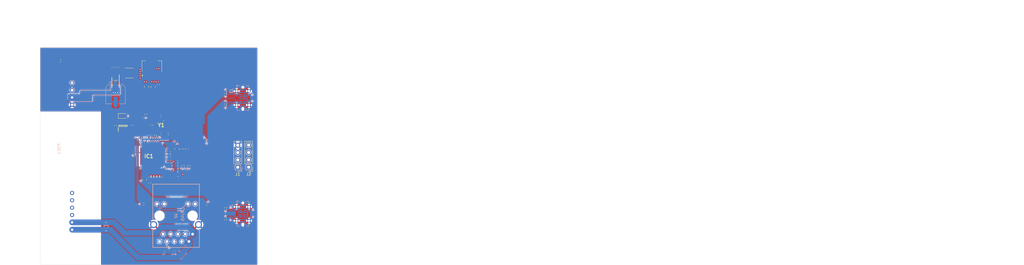
<source format=kicad_pcb>
(kicad_pcb (version 20241229) (generator "pcbnew") (generator_version "9.0")
  (layers (0 "F.Cu" signal) (4 "In1.Cu" power) (6 "In2.Cu" power) (8 "In3.Cu" signal) (10 "In4.Cu" signal) (2 "B.Cu" signal) (13 "F.Paste" user) (15 "B.Paste" user) (5 "F.SilkS" user "F.Silkscreen") (7 "B.SilkS" user "B.Silkscreen") (1 "F.Mask" user) (3 "B.Mask" user) (25 "Edge.Cuts" user))
  (net 0 "")
  (net 1 "GND")
  (net 2 "/USB to Ethernet/CRYSTAL_XI")
  (net 3 "/USB to Ethernet/VDDUSBPLL")
  (net 4 "+3.3V")
  (net 5 "/USB to Ethernet/VDDCORE")
  (net 6 "/USB to Ethernet/VDDPLL")
  (net 7 "/USB to Ethernet/USBDN")
  (net 8 "/USB to Ethernet/ETH1_LED_FDX")
  (net 9 "/USB to Ethernet/EECS_GPIO0")
  (net 10 "/USB to Ethernet/EEDI_GPIO1")
  (net 11 "Net-(Y1-IN{slash}OUT)")
  (net 12 "/USB to Ethernet/EECLK_GPIO3")
  (net 13 "/USB to Ethernet/EEDO_GPIO2")
  (net 14 "/USB to Ethernet/CRYSTAL_XO")
  (net 15 "/PoE/VDD33A")
  (net 16 "/PoE/TXP")
  (net 17 "/PoE/TXN")
  (net 18 "/PoE/RXN")
  (net 19 "/PoE/RXP")
  (net 20 "/PoE/ETH1_LEDG")
  (net 21 "/USB to Ethernet/USBDP")
  (net 22 "/PoE/ETH1_LEDY")
  (net 23 "/PoE/POE_5V")
  (net 24 "+5V")
  (net 25 "Net-(D2-K)")
  (net 26 "Net-(U2-RXCT)")
  (net 27 "Net-(POE1-VIN+)")
  (net 28 "Net-(POE1-VIN-)")
  (net 29 "Net-(D3-A)")
  (net 30 "Net-(D1-A)")
  (net 38 "Net-(IC1-VBUS_DET)")
  (net 48 "Net-(IC1-USBRBIAS)")
  (net 53 "Net-(IC1-EXRES)")
  (net 59 "Net-(J3-CC2)")
  (net 60 "Net-(J3-CC1)")
  (net 61 "Net-(J4-D--PadA7)")
  (net 62 "Net-(J4-CC1)")
  (net 63 "Net-(J4-D+-PadA6)")
  (net 64 "Net-(J4-CC2)")
  (net 70 "Net-(POE1-ADJ)")
  (net 71 "Net-(U2-G-)")
  (net 72 "Net-(U2-Y-)")
  (footprint "Connector_PinHeader_2.54mm:PinHeader_1x04_P2.54mm_Vertical" (layer "F.Cu") (at 113 82.29 180)
    (property "Reference" "J2")
    (property "Value" "UART + I2C")
  )
  (footprint "Package_TO_SOT_SMD:SOT-223-5" (layer "F.Cu") (at 79.54 47.5 90)
    (property "Reference" "U1" (hide yes))
    (property "Value" "LP38693MP-3.3" (hide yes))
  )
  (footprint "Resistor_SMD:R_0402_1005Metric" (layer "F.Cu") (at 86.01 78.25 180)
    (property "Reference" "R1" (hide yes))
    (property "Value" "12K" (hide yes))
  )
  (footprint "Capacitor_SMD:C_0603_1608Metric" (layer "F.Cu") (at 66.28 47.75 90)
    (property "Reference" "C21" (hide yes))
    (property "Value" "1uF" (hide yes))
  )
  (footprint "Capacitor_SMD:C_0402_1005Metric" (layer "F.Cu") (at 80.75 85.75 90)
    (property "Reference" "C4" (hide yes))
    (property "Value" "100nF" (hide yes))
  )
  (footprint "Capacitor_SMD:C_0402_1005Metric" (layer "F.Cu") (at 78.75 85.75 90)
    (property "Reference" "C1" (hide yes))
    (property "Value" "100nF" (hide yes))
  )
  (footprint "Capacitor_SMD:C_0402_1005Metric" (layer "F.Cu") (at 78.75 87.75 -90)
    (property "Reference" "C13" (hide yes))
    (property "Value" "100nF" (hide yes))
  )
  (footprint "Capacitor_SMD:C_0402_1005Metric" (layer "F.Cu") (at 67.75 47.77 90)
    (property "Reference" "C22" (hide yes))
    (property "Value" "100nF" (hide yes))
  )
  (footprint "Resistor_SMD:R_0402_1005Metric" (layer "F.Cu") (at 105 96.26 90)
    (property "Reference" "R9" (hide yes))
    (property "Value" "5.1K" (hide yes))
  )
  (footprint "Capacitor_SMD:C_0805_2012Metric" (layer "F.Cu") (at 63.75 102.75 90)
    (property "Reference" "C24" (hide yes))
    (property "Value" "10nF" (hide yes))
  )
  (footprint "Capacitor_SMD:C_0402_1005Metric" (layer "F.Cu") (at 90.75 76 90)
    (property "Reference" "C11" (hide yes))
    (property "Value" "100nF" (hide yes))
  )
  (footprint "Capacitor_SMD:C_0402_1005Metric" (layer "F.Cu") (at 81.75 85.75 90)
    (property "Reference" "C6" (hide yes))
    (property "Value" "100nF" (hide yes))
  )
  (footprint "Capacitor_SMD:C_0402_1005Metric" (layer "F.Cu") (at 79.75 85.75 90)
    (property "Reference" "C2" (hide yes))
    (property "Value" "100nF" (hide yes))
  )
  (footprint "Resistor_SMD:R_0402_1005Metric" (layer "F.Cu") (at 83.99 111.75)
    (property "Reference" "R14" (hide yes))
    (property "Value" "10" (hide yes))
  )
  (footprint "Capacitor_SMD:C_0402_1005Metric" (layer "F.Cu") (at 88.52 81.25 180)
    (property "Reference" "C7" (hide yes))
    (property "Value" "100nF" (hide yes))
  )
  (footprint "Capacitor_SMD:C_0402_1005Metric" (layer "F.Cu") (at 88.52 83.25 180)
    (property "Reference" "C3" (hide yes))
    (property "Value" "100nF" (hide yes))
  )
  (footprint "ECS-250-18-36B2-CTY-TR:ECS2501836B2CTYTR" (layer "F.Cu") (at 82.75 67.75 180)
    (property "Reference" "Y1")
    (property "Value" "ECS-250-18-36B2-CTY-TR" (hide yes))
  )
  (footprint "Resistor_SMD:R_1812_4532Metric" (layer "F.Cu") (at 71.75 49.75)
    (property "Reference" "FB4" (hide yes))
    (property "Value" "CBM453215U101T" (hide yes))
  )
  (footprint "Resistor_SMD:R_0402_1005Metric" (layer "F.Cu") (at 98.49 95)
    (property "Reference" "R12" (hide yes))
    (property "Value" "3.3K" (hide yes))
  )
  (footprint "Diode_SMD:D_SOD-323" (layer "F.Cu") (at 69.55 64.58)
    (property "Reference" "D2" (hide yes))
    (property "Value" "B0540WS" (hide yes))
  )
  (footprint "Capacitor_SMD:C_0402_1005Metric" (layer "F.Cu") (at 91.75 76.02 90)
    (property "Reference" "C10" (hide yes))
    (property "Value" "1uF" (hide yes))
  )
  (footprint "Resistor_SMD:R_0402_1005Metric" (layer "F.Cu") (at 105 60.5 -90)
    (property "Reference" "R10" (hide yes))
    (property "Value" "56K" (hide yes))
  )
  (footprint "Connector_PinHeader_2.54mm:PinHeader_1x04_P2.54mm_Vertical" (layer "F.Cu") (at 109.25 82.31 180)
    (property "Reference" "J1")
    (property "Value" "USB + Power")
  )
  (footprint "Capacitor_SMD:C_0402_1005Metric" (layer "F.Cu") (at 88.52 82.25 180)
    (property "Reference" "C9" (hide yes))
    (property "Value" "100nF" (hide yes))
  )
  (footprint "Resistor_SMD:R_0402_1005Metric" (layer "F.Cu") (at 92.4 81.69 90)
    (property "Reference" "R16" (hide yes))
    (property "Value" "49.9" (hide yes))
  )
  (footprint "Resistor_SMD:R_0805_2012Metric" (layer "F.Cu") (at 77 86.5675 -90)
    (property "Reference" "FB2" (hide yes))
    (property "Value" "BLM21PG221SN1D" (hide yes))
  )
  (footprint "Capacitor_SMD:C_0402_1005Metric" (layer "F.Cu") (at 67.05 67.83 90)
    (property "Reference" "C16" (hide yes))
    (property "Value" "100nF" (hide yes))
  )
  (footprint "Capacitor_SMD:C_0402_1005Metric" (layer "F.Cu") (at 89.75 76 90)
    (property "Reference" "C12" (hide yes))
    (property "Value" "100nF" (hide yes))
  )
  (footprint "Capacitor_SMD:C_0402_1005Metric" (layer "F.Cu") (at 88.52 80.25 180)
    (property "Reference" "C5" (hide yes))
    (property "Value" "100nF" (hide yes))
  )
  (footprint "Resistor_SMD:R_0402_1005Metric" (layer "F.Cu") (at 76.75 95 180)
    (property "Reference" "R13" (hide yes))
    (property "Value" "3.3K" (hide yes))
  )
  (footprint "Capacitor_SMD:C_0402_1005Metric" (layer "F.Cu") (at 82.75 85.75 90)
    (property "Reference" "C8" (hide yes))
    (property "Value" "100nF" (hide yes))
  )
  (footprint "Resistor_SMD:R_0805_2012Metric" (layer "F.Cu") (at 88.25 76 -90)
    (property "Reference" "FB3" (hide yes))
    (property "Value" "BLM21PG221SN1D" (hide yes))
  )
  (footprint "Capacitor_SMD:C_0402_1005Metric" (layer "F.Cu") (at 86 77.25 180)
    (property "Reference" "C14" (hide yes))
    (property "Value" "100nF" (hide yes))
  )
  (footprint "Capacitor_SMD:C_0402_1005Metric" (layer "F.Cu") (at 82.75 70.75 180)
    (property "Reference" "C18" (hide yes))
    (property "Value" "24pF" (hide yes))
  )
  (footprint "Capacitor_SMD:C_0402_1005Metric" (layer "F.Cu") (at 81.75 53.75 90)
    (property "Reference" "C20" (hide yes))
    (property "Value" "100nF" (hide yes))
  )
  (footprint "Resistor_SMD:R_0402_1005Metric" (layer "F.Cu") (at 72.75 67.83 -90)
    (property "Reference" "R7" (hide yes))
    (property "Value" "10K" (hide yes))
  )
  (footprint "Capacitor_SMD:C_0805_2012Metric" (layer "F.Cu") (at 80 54.5 90)
    (property "Reference" "C19" (hide yes))
    (property "Value" "1uF" (hide yes))
  )
  (footprint "Resistor_SMD:R_0805_2012Metric" (layer "F.Cu") (at 88.52 84.75 180)
    (property "Reference" "FB1" (hide yes))
    (property "Value" "BLM21PG221SN1D" (hide yes))
  )
  (footprint "Resistor_SMD:R_0402_1005Metric" (layer "F.Cu") (at 85.25 70.75)
    (property "Reference" "R2" (hide yes))
    (property "Value" "12K" (hide yes))
  )
  (footprint "Capacitor_SMD:C_0805_2012Metric" (layer "F.Cu") (at 77.75 54.5 90)
    (property "Reference" "C17" (hide yes))
    (property "Value" "1uF" (hide yes))
  )
  (footprint "Resistor_SMD:R_0402_1005Metric" (layer "F.Cu") (at 86.5 81.25 180)
    (property "Reference" "R18" (hide yes))
    (property "Value" "49.9" (hide yes))
  )
  (footprint "LAN9500A-ABZJ:QFN50P800X800X100-57N-D" (layer "F.Cu") (at 78.5 78.5 180)
    (property "Reference" "IC1")
    (property "Value" "LAN9500A-ABZJ" (hide yes))
  )
  (footprint "SS54F-HF:SODFL4626X120N" (layer "F.Cu") (at 67 53 -90)
    (property "Reference" "D3" (hide yes))
    (property "Value" "SS54F" (hide yes))
  )
  (footprint "Resistor_SMD:R_0402_1005Metric" (layer "F.Cu") (at 90.3 81.7 90)
    (property "Reference" "R15" (hide yes))
    (property "Value" "49.9" (hide yes))
  )
  (footprint "Resistor_SMD:R_0402_1005Metric" (layer "F.Cu") (at 86.5 82.25 180)
    (property "Reference" "R17" (hide yes))
    (property "Value" "49.9" (hide yes))
  )
  (footprint "93LC66AT-I_OT:SOT95P270X145-6N" (layer "F.Cu") (at 69.55 68 90)
    (property "Reference" "IC2" (hide yes))
    (property "Value" "93LC66AT-I_OT" (hide yes))
  )
  (footprint "LED_SMD:LED_0402_1005Metric" (layer "F.Cu") (at 76.25 64 90)
    (property "Reference" "D1" (hide yes))
    (property "Value" "GREEN" (hide yes))
  )
  (footprint "Capacitor_SMD:C_0402_1005Metric" (layer "F.Cu") (at 82.75 64.75)
    (property "Reference" "C15" (hide yes))
    (property "Value" "24pF" (hide yes))
  )
  (footprint "Resistor_SMD:R_0402_1005Metric" (layer "F.Cu") (at 105 56.75 90)
    (property "Reference" "R8" (hide yes))
    (property "Value" "56K" (hide yes))
  )
  (footprint "Resistor_SMD:R_0402_1005Metric" (layer "F.Cu") (at 78.5 71.25 -90)
    (property "Reference" "R3" (hide yes))
    (property "Value" "0" (hide yes))
  )
  (footprint "Resistor_SMD:R_0402_1005Metric" (layer "F.Cu") (at 105 100.5 -90)
    (property "Reference" "R11" (hide yes))
    (property "Value" "5.1K" (hide yes))
  )
  (footprint "Capacitor_SMD:C_0603_1608Metric" (layer "F.Cu") (at 87.525 111.75)
    (property "Reference" "C23" (hide yes))
    (property "Value" "22nF" (hide yes))
  )
  (footprint "Resistor_SMD:R_0402_1005Metric" (layer "F.Cu") (at 79.5 67.74 90)
    (property "Reference" "R5" (hide yes))
    (property "Value" "0" (hide yes))
  )
  (footprint "Resistor_SMD:R_0402_1005Metric" (layer "F.Cu") (at 48.01 45.5 180)
    (property "Reference" "R19" (hide yes))
    (property "Value" "50K" (hide yes))
  )
  (footprint "Resistor_SMD:R_0402_1005Metric" (layer "F.Cu") (at 80.75 71.24 90)
    (property "Reference" "R4" (hide yes))
    (property "Value" "1M" (hide yes))
  )
  (footprint "Resistor_SMD:R_0402_1005Metric" (layer "F.Cu") (at 77.5 64 -90)
    (property "Reference" "R6" (hide yes))
    (property "Value" "3.3K" (hide yes))
  )
  (footprint "Connector_USB:USB_C_Receptacle_G-Switch_GT-USB-7051x" (layer "B.Cu") (at 111 58.4 -90)
    (property "Reference" "J3")
    (property "Value" "USB_C_Receptacle_USB2.0_14P")
  )
  (footprint "HY931147C:HY931147C" (layer "B.Cu") (at 87.915 99.08 -90)
    (property "Reference" "U2")
    (property "Value" "HY931147C")
  )
  (footprint "AG5405:AG5405" (layer "B.Cu") (at 51.975 93.74)
    (property "Reference" "POE1")
    (property "Value" "AG5405")
  )
  (footprint "Capacitor_SMD:CP_Elec_6.3x7.7" (layer "B.Cu") (at 67 57 -90)
    (property "Reference" "C25" (hide yes))
    (property "Value" "470µF" (hide yes))
  )
  (footprint "Connector_USB:USB_C_Receptacle_G-Switch_GT-USB-7051x" (layer "B.Cu") (at 111 98.41 -90)
    (property "Reference" "J4")
    (property "Value" "USB_C_Receptacle_USB2.0_14P")
  )
  (gr_rect (start 41 41) (end 116 116) (stroke (width 0.05)) (fill no) (layer "Edge.Cuts"))
  (segment (start 81.9 67.1) (end 81.9 65.12) (width 0.23) (layer "F.Cu") (net 1))
  (segment (start 84.74 70.75) (end 83.23 70.75) (width 0.23) (layer "F.Cu") (net 1))
  (segment (start 47.5 56.22) (end 52 60.72) (width 0.2) (layer "F.Cu") (net 1))
  (segment (start 83.6 70.38) (end 83.23 70.75) (width 0.23) (layer "F.Cu") (net 1))
  (segment (start 86.48 77.25) (end 86.48 78.21) (width 0.23) (layer "F.Cu") (net 1))
  (segment (start 47.5 45.5) (end 47.5 56.22) (width 0.2) (layer "F.Cu") (net 1))
  (segment (start 83.6 68.4) (end 83.6 70.38) (width 0.23) (layer "F.Cu") (net 1))
  (segment (start 69.3 68.08) (end 67.28 68.08) (width 0.23) (layer "F.Cu") (net 1))
  (segment (start 74.55 77.25) (end 77.25 77.25) (width 0.23) (layer "F.Cu") (net 1))
  (segment (start 82.45 75.75) (end 81.25 75.75) (width 0.23) (layer "F.Cu") (net 1))
  (segment (start 69.55 69.25) (end 69.55 68.33) (width 0.23) (layer "F.Cu") (net 1))
  (segment (start 81.9 65.12) (end 82.27 64.75) (width 0.23) (layer "F.Cu") (net 1))
  (segment (start 86.48 78.21) (end 86.52 78.25) (width 0.23) (layer "F.Cu") (net 1))
  (segment (start 69.55 68.33) (end 69.3 68.08) (width 0.23) (layer "F.Cu") (net 1))
  (segment (start 77.25 77.25) (end 78.5 78.5) (width 0.23) (layer "F.Cu") (net 1))
  (segment (start 81.25 75.75) (end 78.5 78.5) (width 0.23) (layer "F.Cu") (net 1))
  (segment (start 82.27 71.092558) (end 82.27 70.75) (width 0.23) (layer "F.Cu") (net 2))
  (segment (start 80.25 73.112558) (end 82.27 71.092558) (width 0.23) (layer "F.Cu") (net 2))
  (segment (start 82.25 70.73) (end 82.27 70.75) (width 0.23) (layer "F.Cu") (net 2))
  (segment (start 80.25 74.55) (end 80.25 73.112558) (width 0.23) (layer "F.Cu") (net 2))
  (segment (start 81.9 70.38) (end 82.27 70.75) (width 0.23) (layer "F.Cu") (net 2))
  (segment (start 80.75 70.73) (end 82.25 70.73) (width 0.23) (layer "F.Cu") (net 2))
  (segment (start 81.9 68.4) (end 81.9 70.38) (width 0.23) (layer "F.Cu") (net 2))
  (segment (start 76.23 87.48) (end 75.75 87) (width 0.23) (layer "F.Cu") (net 3))
  (segment (start 77.75 88.23) (end 77 87.48) (width 0.23) (layer "F.Cu") (net 3))
  (segment (start 80.75 73.5) (end 82.25 72) (width 0.23) (layer "F.Cu") (net 3))
  (segment (start 80.75 74.55) (end 80.75 73.5) (width 0.23) (layer "F.Cu") (net 3))
  (segment (start 78.75 88.23) (end 77.75 88.23) (width 0.23) (layer "F.Cu") (net 3))
  (segment (start 77 87.48) (end 76.23 87.48) (width 0.23) (layer "F.Cu") (net 3))
  (via (at 82.25 72) (size 0.5) (drill 0.3) (layers "F.Cu" "B.Cu") (net 3))
  (via (at 75.75 87) (size 0.5) (drill 0.3) (layers "F.Cu" "B.Cu") (net 3))
  (segment (start 75.75 73) (end 75.75 87) (width 0.23) (layer "B.Cu") (net 3))
  (segment (start 75.75 72.75) (end 75.75 73) (width 0.23) (layer "B.Cu") (net 3))
  (segment (start 82.25 72) (end 76.5 72) (width 0.23) (layer "B.Cu") (net 3))
  (segment (start 76.25 72.25) (end 75.75 72.75) (width 0.23) (layer "B.Cu") (net 3))
  (segment (start 76.5 72) (end 76.25 72.25) (width 0.23) (layer "B.Cu") (net 3))
  (segment (start 77.5 64.51) (end 77.5 65.25) (width 0.23) (layer "F.Cu") (net 4))
  (segment (start 77.25 73.5) (end 77 73.25) (width 0.23) (layer "F.Cu") (net 4))
  (segment (start 77.5 65.25) (end 77.5 66.25) (width 0.23) (layer "F.Cu") (net 4))
  (segment (start 78.5 67.25) (end 78.5 70.74) (width 0.23) (layer "F.Cu") (net 4))
  (segment (start 73 78.25) (end 74.55 78.25) (width 0.23) (layer "F.Cu") (net 4))
  (segment (start 77.25 74.55) (end 77.25 73.5) (width 0.23) (layer "F.Cu") (net 4))
  (segment (start 76.75 74.55) (end 76.75 73.5) (width 0.23) (layer "F.Cu") (net 4))
  (segment (start 77.5 66.25) (end 78.5 67.25) (width 0.23) (layer "F.Cu") (net 4))
  (segment (start 71.25 64.58) (end 70.6 64.58) (width 0.23) (layer "F.Cu") (net 4))
  (segment (start 76.75 73.5) (end 77 73.25) (width 0.23) (layer "F.Cu") (net 4))
  (segment (start 90.25 84.75) (end 89.4325 84.75) (width 1) (layer "F.Cu") (net 4))
  (via (at 81 52.75) (size 0.5) (drill 0.3) (layers "F.Cu" "B.Cu") (net 4))
  (via (at 81.75 52.75) (size 0.5) (drill 0.3) (layers "F.Cu" "B.Cu") (net 4))
  (via (at 80.25 52.75) (size 0.5) (drill 0.3) (layers "F.Cu" "B.Cu") (net 4))
  (via (at 77 73.25) (size 0.5) (drill 0.3) (layers "F.Cu" "B.Cu") (net 4))
  (via (at 79.25 85.25) (size 0.5) (drill 0.3) (layers "F.Cu" "B.Cu") (net 4))
  (via (at 82.25 85.25) (size 0.5) (drill 0.3) (layers "F.Cu" "B.Cu") (net 4))
  (via (at 77.5 65.25) (size 0.5) (drill 0.3) (layers "F.Cu" "B.Cu") (net 4))
  (via (at 80.25 85.25) (size 0.5) (drill 0.3) (layers "F.Cu" "B.Cu") (net 4))
  (via (at 90.25 84.75) (size 0.5) (drill 0.3) (layers "F.Cu" "B.Cu") (net 4))
  (via (at 79.5 52.75) (size 0.5) (drill 0.3) (layers "F.Cu" "B.Cu") (net 4))
  (via (at 81.25 85.25) (size 0.5) (drill 0.3) (layers "F.Cu" "B.Cu") (net 4))
  (via (at 71.25 64.58) (size 0.5) (drill 0.3) (layers "F.Cu" "B.Cu") (net 4))
  (via (at 73 78.25) (size 0.5) (drill 0.3) (layers "F.Cu" "B.Cu") (net 4))
  (segment (start 90 97) (end 92 95) (width 0.5) (layer "B.Cu") (net 4))
  (segment (start 83.29 97) (end 90 97) (width 0.5) (layer "B.Cu") (net 4))
  (segment (start 81.29 95) (end 83.29 97) (width 0.5) (layer "B.Cu") (net 4))
  (segment (start 78.75 82.45) (end 78.75 83) (width 0.23) (layer "F.Cu") (net 5))
  (segment (start 78.75 73.75) (end 78.25 73.25) (width 0.23) (layer "F.Cu") (net 5))
  (segment (start 78.75 83) (end 77 84.75) (width 0.23) (layer "F.Cu") (net 5))
  (segment (start 77 84.75) (end 77 85.655) (width 0.23) (layer "F.Cu") (net 5))
  (segment (start 91.75 75.54) (end 88.7025 75.54) (width 0.23) (layer "F.Cu") (net 5))
  (segment (start 88.7025 75.54) (end 88.25 75.0875) (width 0.23) (layer "F.Cu") (net 5))
  (segment (start 88.25 74.25) (end 88.25 75.0875) (width 0.23) (layer "F.Cu") (net 5))
  (segment (start 78.75 74.55) (end 78.75 73.75) (width 0.23) (layer "F.Cu") (net 5))
  (via (at 78.25 73.25) (size 0.5) (drill 0.3) (layers "F.Cu" "B.Cu") (net 5))
  (via (at 88.25 74.25) (size 0.5) (drill 0.3) (layers "F.Cu" "B.Cu") (net 5))
  (segment (start 78.25 73.25) (end 87.25 73.25) (width 0.23) (layer "B.Cu") (net 5))
  (segment (start 87.25 73.25) (end 88.25 74.25) (width 0.23) (layer "B.Cu") (net 5))
  (segment (start 85.52 77.25) (end 85.52 76.98) (width 0.23) (layer "F.Cu") (net 6))
  (segment (start 85.806 76.694) (end 88.0315 76.694) (width 0.23) (layer "F.Cu") (net 6))
  (segment (start 85.52 76.98) (end 85.806 76.694) (width 0.23) (layer "F.Cu") (net 6))
  (segment (start 85.52 77.25) (end 82.45 77.25) (width 0.23) (layer "F.Cu") (net 6))
  (segment (start 88.0315 76.694) (end 88.25 76.9125) (width 0.23) (layer "F.Cu") (net 6))
  (segment (start 107.31 82.31) (end 109.25 82.31) (width 0.13) (layer "F.Cu") (net 7))
  (segment (start 99.054707 73.19) (end 98.8 73.19) (width 0.13) (layer "F.Cu") (net 7))
  (segment (start 100.417137 73.19) (end 99.054707 73.19) (width 0.13) (layer "F.Cu") (net 7))
  (segment (start 98.5 73.49) (end 98.8 73.19) (width 0.13) (layer "F.Cu") (net 7))
  (segment (start 104.421298 73.19) (end 102.817137 73.19) (width 0.13) (layer "F.Cu") (net 7))
  (segment (start 83.185001 76.69) (end 83.125001 76.75) (width 0.13) (layer "F.Cu") (net 7))
  (segment (start 84.328702 76.69) (end 83.185001 76.69) (width 0.13) (layer "F.Cu") (net 7))
  (segment (start 101.377137 73.43) (end 101.377137 73.908079) (width 0.13) (layer "F.Cu") (net 7))
  (segment (start 102.577137 73.43) (end 102.577137 73.908104) (width 0.13) (layer "F.Cu") (net 7))
  (segment (start 105.81 80.81) (end 107.31 82.31) (width 0.13) (layer "F.Cu") (net 7))
  (segment (start 83.125001 76.75) (end 82.45 76.75) (width 0.13) (layer "F.Cu") (net 7))
  (segment (start 87.828702 73.19) (end 84.328702 76.69) (width 0.13) (layer "F.Cu") (net 7))
  (segment (start 105.81 80) (end 105.81 74.578702) (width 0.13) (layer "F.Cu") (net 7))
  (segment (start 105.81 74.578702) (end 104.421298 73.19) (width 0.13) (layer "F.Cu") (net 7))
  (segment (start 105.81 80) (end 105.81 80.078702) (width 0.13) (layer "F.Cu") (net 7))
  (segment (start 101.977137 73.908104) (end 101.977137 73.43) (width 0.13) (layer "F.Cu") (net 7))
  (segment (start 100.777137 73.908079) (end 100.777137 73.43) (width 0.13) (layer "F.Cu") (net 7))
  (segment (start 100.537137 73.19) (end 100.417137 73.19) (width 0.13) (layer "F.Cu") (net 7))
  (segment (start 102.337137 74.148104) (end 102.217137 74.148104) (width 0.13) (layer "F.Cu") (net 7))
  (segment (start 105.81 80) (end 105.81 80.81) (width 0.13) (layer "F.Cu") (net 7))
  (segment (start 98.5 74.1) (end 98.5 73.49) (width 0.13) (layer "F.Cu") (net 7))
  (segment (start 98.8 73.19) (end 87.828702 73.19) (width 0.13) (layer "F.Cu") (net 7))
  (segment (start 101.137137 74.148079) (end 101.017137 74.148079) (width 0.13) (layer "F.Cu") (net 7))
  (segment (start 101.737137 73.19) (end 101.617137 73.19) (width 0.13) (layer "F.Cu") (net 7))
  (via (at 98.5 74.1) (size 0.5) (drill 0.3) (layers "F.Cu" "B.Cu") (net 7))
  (arc (start 102.577137 73.908104) (mid 102.506843 74.07781) (end 102.337137 74.148104) (width 0.13) (layer "F.Cu") (net 7))
  (arc (start 101.017137 74.148079) (mid 100.847431 74.077785) (end 100.777137 73.908079) (width 0.13) (layer "F.Cu") (net 7))
  (arc (start 102.817137 73.19) (mid 102.647431 73.260294) (end 102.577137 73.43) (width 0.13) (layer "F.Cu") (net 7))
  (arc (start 100.777137 73.43) (mid 100.706843 73.260294) (end 100.537137 73.19) (width 0.13) (layer "F.Cu") (net 7))
  (arc (start 101.617137 73.19) (mid 101.447431 73.260294) (end 101.377137 73.43) (width 0.13) (layer "F.Cu") (net 7))
  (arc (start 102.217137 74.148104) (mid 102.047431 74.07781) (end 101.977137 73.908104) (width 0.13) (layer "F.Cu") (net 7))
  (arc (start 101.977137 73.43) (mid 101.906843 73.260294) (end 101.737137 73.19) (width 0.13) (layer "F.Cu") (net 7))
  (arc (start 101.377137 73.908079) (mid 101.306843 74.077785) (end 101.137137 74.148079) (width 0.13) (layer "F.Cu") (net 7))
  (segment (start 104.2 58.7) (end 98.49 64.41) (width 0.13) (layer "B.Cu") (net 7))
  (segment (start 110.24 58.78) (end 110.739999 58.78) (width 0.2) (layer "B.Cu") (net 7))
  (segment (start 111.529999 57.99) (end 111.76 57.99) (width 0.2) (layer "B.Cu") (net 7))
  (segment (start 98.49 64.41) (end 98.49 74.09) (width 0.13) (layer "B.Cu") (net 7))
  (segment (start 109.254001 59.266) (end 109.740001 58.78) (width 0.13) (layer "B.Cu") (net 7))
  (segment (start 109.740001 58.78) (end 110.24 58.78) (width 0.13) (layer "B.Cu") (net 7))
  (segment (start 107.906662 58.7) (end 108.472662 59.266) (width 0.13) (layer "B.Cu") (net 7))
  (segment (start 98.49 74.09) (end 98.5 74.1) (width 0.13) (layer "B.Cu") (net 7))
  (segment (start 110.739999 58.78) (end 111.529999 57.99) (width 0.2) (layer "B.Cu") (net 7))
  (segment (start 108.472662 59.266) (end 109.254001 59.266) (width 0.13) (layer "B.Cu") (net 7))
  (segment (start 104.2 58.7) (end 107.906662 58.7) (width 0.13) (layer "B.Cu") (net 7))
  (segment (start 76.25 64.485) (end 76.25 74.55) (width 0.23) (layer "F.Cu") (net 8))
  (segment (start 72.75 66.53) (end 72.75 67.32) (width 0.23) (layer "F.Cu") (net 9))
  (segment (start 71.55 65.33) (end 72.75 66.53) (width 0.23) (layer "F.Cu") (net 9))
  (segment (start 69.55 67.15) (end 70.4 68) (width 0.23) (layer "F.Cu") (net 9))
  (segment (start 69.55 66.75) (end 69.55 67.15) (width 0.23) (layer "F.Cu") (net 9))
  (segment (start 70.4 68) (end 71 68) (width 0.23) (layer "F.Cu") (net 9))
  (segment (start 69.8 65.33) (end 71.55 65.33) (width 0.23) (layer "F.Cu") (net 9))
  (segment (start 72.75 75.75) (end 74.55 75.75) (width 0.23) (layer "F.Cu") (net 9))
  (segment (start 71.5 68.5) (end 71.5 74.5) (width 0.23) (layer "F.Cu") (net 9))
  (segment (start 71.5 74.5) (end 72.75 75.75) (width 0.23) (layer "F.Cu") (net 9))
  (segment (start 69.55 66.75) (end 69.55 65.58) (width 0.23) (layer "F.Cu") (net 9))
  (segment (start 69.55 65.58) (end 69.8 65.33) (width 0.23) (layer "F.Cu") (net 9))
  (segment (start 71 68) (end 71.5 68.5) (width 0.23) (layer "F.Cu") (net 9))
  (segment (start 70.139 71.189) (end 70.139 75.149532) (width 0.23) (layer "F.Cu") (net 10))
  (segment (start 71.739468 76.75) (end 74.55 76.75) (width 0.23) (layer "F.Cu") (net 10))
  (segment (start 68.6 69.25) (end 68.6 69.65) (width 0.23) (layer "F.Cu") (net 10))
  (segment (start 70.139 75.149532) (end 71.739468 76.75) (width 0.23) (layer "F.Cu") (net 10))
  (segment (start 68.6 69.65) (end 70.139 71.189) (width 0.23) (layer "F.Cu") (net 10))
  (segment (start 79.5 64.5) (end 79.5 67.23) (width 0.23) (layer "F.Cu") (net 11))
  (segment (start 83 64) (end 80 64) (width 0.23) (layer "F.Cu") (net 11))
  (segment (start 83.6 65.12) (end 83.23 64.75) (width 0.23) (layer "F.Cu") (net 11))
  (segment (start 83.23 64.23) (end 83 64) (width 0.23) (layer "F.Cu") (net 11))
  (segment (start 83.6 67.1) (end 83.6 65.12) (width 0.23) (layer "F.Cu") (net 11))
  (segment (start 83.23 64.75) (end 83.23 64.23) (width 0.23) (layer "F.Cu") (net 11))
  (segment (start 80 64) (end 79.5 64.5) (width 0.23) (layer "F.Cu") (net 11))
  (segment (start 72 73.75) (end 73.5 75.25) (width 0.23) (layer "F.Cu") (net 12))
  (segment (start 73.5 75.25) (end 74.55 75.25) (width 0.23) (layer "F.Cu") (net 12))
  (segment (start 70.5 66.75) (end 71.25 66.75) (width 0.23) (layer "F.Cu") (net 12))
  (segment (start 72 67.5) (end 72 73.75) (width 0.23) (layer "F.Cu") (net 12))
  (segment (start 71.25 66.75) (end 72 67.5) (width 0.23) (layer "F.Cu") (net 12))
  (segment (start 70.5 69.25) (end 70.5 75) (width 0.23) (layer "F.Cu") (net 13))
  (segment (start 70.5 75) (end 71.75 76.25) (width 0.23) (layer "F.Cu") (net 13))
  (segment (start 71.75 76.25) (end 74.55 76.25) (width 0.23) (layer "F.Cu") (net 13))
  (segment (start 79.5 72.5) (end 79.75 72.75) (width 0.23) (layer "F.Cu") (net 14))
  (segment (start 79.5 68.25) (end 79.5 72.5) (width 0.23) (layer "F.Cu") (net 14))
  (segment (start 80.75 71.75) (end 79.75 72.75) (width 0.23) (layer "F.Cu") (net 14))
  (segment (start 79.75 72.75) (end 79.75 74.55) (width 0.23) (layer "F.Cu") (net 14))
  (segment (start 83.25 74) (end 82.3 74) (width 0.23) (layer "F.Cu") (net 15))
  (segment (start 92.3 105.95) (end 92.3 101.3) (width 0.2) (layer "F.Cu") (net 15))
  (segment (start 84.5 77.75) (end 82.45 77.75) (width 0.23) (layer "F.Cu") (net 15))
  (segment (start 83.75 113.75) (end 89.75 113.75) (width 0.2) (layer "F.Cu") (net 15))
  (segment (start 91.25 112.25) (end 91.25 107) (width 0.2) (layer "F.Cu") (net 15))
  (segment (start 90.6 93.308608) (end 92.4 91.508608) (width 0.2) (layer "F.Cu") (net 15))
  (segment (start 90.3 82.8) (end 90.3 82.21) (width 0.2) (layer "F.Cu") (net 15))
  (segment (start 89.75 113.75) (end 91.25 112.25) (width 0.2) (layer "F.Cu") (net 15))
  (segment (start 84.5 78.75) (end 82.45 78.75) (width 0.23) (layer "F.Cu") (net 15))
  (segment (start 83.48 113.48) (end 83.75 113.75) (width 0.2) (layer "F.Cu") (net 15))
  (segment (start 84.5 80.25) (end 82.45 80.25) (width 0.23) (layer "F.Cu") (net 15))
  (segment (start 91.25 107) (end 92.3 105.95) (width 0.2) (layer "F.Cu") (net 15))
  (segment (start 92.4 82.8) (end 92.4 82.2) (width 0.2) (layer "F.Cu") (net 15))
  (segment (start 82.3 74) (end 81.75 74.55) (width 0.23) (layer "F.Cu") (net 15))
  (segment (start 92.3 101.3) (end 90.6 99.6) (width 0.2) (layer "F.Cu") (net 15))
  (segment (start 90.6 99.6) (end 90.6 93.308608) (width 0.2) (layer "F.Cu") (net 15))
  (segment (start 92.4 91.508608) (end 92.4 82.8) (width 0.2) (layer "F.Cu") (net 15))
  (segment (start 83.48 111.75) (end 83.48 113.48) (width 0.2) (layer "F.Cu") (net 15))
  (via (at 87.1 82.9) (size 0.5) (drill 0.3) (layers "F.Cu" "B.Cu") (net 15))
  (via (at 92.4 82.8) (size 0.5) (drill 0.3) (layers "F.Cu" "B.Cu") (net 15))
  (via (at 84.5 80.25) (size 0.5) (drill 0.3) (layers "F.Cu" "B.Cu") (net 15))
  (via (at 90.3 82.8) (size 0.5) (drill 0.3) (layers "F.Cu" "B.Cu") (net 15))
  (via (at 84.5 77.75) (size 0.5) (drill 0.3) (layers "F.Cu" "B.Cu") (net 15))
  (via (at 83.25 74) (size 0.5) (drill 0.3) (layers "F.Cu" "B.Cu") (net 15))
  (via (at 84.5 78.75) (size 0.5) (drill 0.3) (layers "F.Cu" "B.Cu") (net 15))
  (via (at 87.1 80.3) (size 0.5) (drill 0.3) (layers "F.Cu" "B.Cu") (net 15))
  (via (at 87.1 83.5) (size 0.5) (drill 0.3) (layers "F.Cu" "B.Cu") (net 15))
  (segment (start 84.5 75.25) (end 84.5 80.25) (width 0.23) (layer "B.Cu") (net 15))
  (segment (start 87.05 80.25) (end 87.1 80.3) (width 0.23) (layer "B.Cu") (net 15))
  (segment (start 87.2 82.8) (end 87.1 82.9) (width 0.2) (layer "B.Cu") (net 15))
  (segment (start 90.3 82.8) (end 92.4 82.8) (width 0.2) (layer "B.Cu") (net 15))
  (segment (start 84.5 80.25) (end 87.05 80.25) (width 0.23) (layer "B.Cu") (net 15))
  (segment (start 83.25 74) (end 84.5 75.25) (width 0.23) (layer "B.Cu") (net 15))
  (segment (start 87.1 80.3) (end 87.1 83.5) (width 0.23) (layer "B.Cu") (net 15))
  (segment (start 90.3 82.8) (end 87.2 82.8) (width 0.2) (layer "B.Cu") (net 15))
  (segment (start 87.63 107.97) (end 87.28 107.97) (width 0.13) (layer "F.Cu") (net 16))
  (segment (start 82.45 80.75) (end 83.125001 80.75) (width 0.13) (layer "F.Cu") (net 16))
  (segment (start 88.89 103.2) (end 89.45 103.76) (width 0.13) (layer "F.Cu") (net 16))
  (segment (start 83.878702 80.81) (end 84.79 81.721298) (width 0.13) (layer "F.Cu") (net 16))
  (segment (start 82.45 80.75) (end 82.75 80.75) (width 0.13) (layer "F.Cu") (net 16))
  (segment (start 84.79 81.721298) (end 84.79 91.821298) (width 0.13) (layer "F.Cu") (net 16))
  (segment (start 82.75 80.75) (end 82.81 80.81) (width 0.13) (layer "F.Cu") (net 16))
  (segment (start 84.318702 81.25) (end 85.99 81.25) (width 0.13) (layer "F.Cu") (net 16))
  (segment (start 89.45 106.15) (end 87.63 107.97) (width 0.13) (layer "F.Cu") (net 16))
  (segment (start 83.125001 80.75) (end 83.185001 80.81) (width 0.13) (layer "F.Cu") (net 16))
  (segment (start 84.79 91.821298) (end 88.89 95.921298) (width 0.13) (layer "F.Cu") (net 16))
  (segment (start 83.185001 80.81) (end 83.878702 80.81) (width 0.13) (layer "F.Cu") (net 16))
  (segment (start 89.45 103.76) (end 89.45 106.15) (width 0.13) (layer "F.Cu") (net 16))
  (segment (start 83.878702 80.81) (end 84.318702 81.25) (width 0.13) (layer "F.Cu") (net 16))
  (segment (start 88.89 95.921298) (end 88.89 103.2) (width 0.13) (layer "F.Cu") (net 16))
  (segment (start 87.562833 99.582991) (end 87.562833 99.462991) (width 0.13) (layer "F.Cu") (net 17))
  (segment (start 88.51 98.862991) (end 88.51 96.981091) (width 0.13) (layer "F.Cu") (net 17))
  (segment (start 83.185001 81.19) (end 83.125001 81.25) (width 0.13) (layer "F.Cu") (net 17))
  (segment (start 86 82.26) (end 85.99 82.25) (width 0.147) (layer "F.Cu") (net 17))
  (segment (start 84.41 91.978702) (end 84.41 82.2) (width 0.13) (layer "F.Cu") (net 17))
  (segment (start 88.51 101.382991) (end 88.51 101.262991) (width 0.13) (layer "F.Cu") (net 17))
  (segment (start 84.41 82.2) (end 84.41 81.878702) (width 0.13) (layer "F.Cu") (net 17))
  (segment (start 87.562809 101.982991) (end 87.562809 101.862991) (width 0.13) (layer "F.Cu") (net 17))
  (segment (start 87.562809 100.782991) (end 87.562809 100.662991) (width 0.13) (layer "F.Cu") (net 17))
  (segment (start 88.51 96.981091) (end 88.51 96.078702) (width 0.13) (layer "F.Cu") (net 17))
  (segment (start 88.27 102.222991) (end 87.802809 102.222991) (width 0.13) (layer "F.Cu") (net 17))
  (segment (start 88.51 96.078702) (end 84.41 91.978702) (width 0.13) (layer "F.Cu") (net 17))
  (segment (start 88.51 98.982991) (end 88.51 98.862991) (width 0.13) (layer "F.Cu") (net 17))
  (segment (start 84.41 82.2) (end 83.8 82.2) (width 0.13) (layer "F.Cu") (net 17))
  (segment (start 87.802833 99.222991) (end 88.27 99.222991) (width 0.13) (layer "F.Cu") (net 17))
  (segment (start 88.55 105.43) (end 88.51 105.39) (width 0.13) (layer "F.Cu") (net 17))
  (segment (start 83.721298 81.19) (end 83.185001 81.19) (width 0.13) (layer "F.Cu") (net 17))
  (segment (start 86 82.9) (end 86 82.26) (width 0.147) (layer "F.Cu") (net 17))
  (segment (start 82.45 81.25) (end 82.75 81.25) (width 0.13) (layer "F.Cu") (net 17))
  (segment (start 88.27 101.022991) (end 87.802809 101.022991) (width 0.13) (layer "F.Cu") (net 17))
  (segment (start 88.51 100.182991) (end 88.51 100.062991) (width 0.13) (layer "F.Cu") (net 17))
  (segment (start 88.27 99.822991) (end 87.802833 99.822991) (width 0.13) (layer "F.Cu") (net 17))
  (segment (start 84.41 81.878702) (end 83.721298 81.19) (width 0.13) (layer "F.Cu") (net 17))
  (segment (start 82.75 81.25) (end 82.81 81.19) (width 0.13) (layer "F.Cu") (net 17))
  (segment (start 83.125001 81.25) (end 82.45 81.25) (width 0.13) (layer "F.Cu") (net 17))
  (segment (start 87.802809 100.422991) (end 88.27 100.422991) (width 0.13) (layer "F.Cu") (net 17))
  (segment (start 88.51 105.39) (end 88.51 102.462991) (width 0.13) (layer "F.Cu") (net 17))
  (segment (start 87.802809 101.622991) (end 88.27 101.622991) (width 0.13) (layer "F.Cu") (net 17))
  (via (at 86 82.9) (size 0.5) (drill 0.3) (layers "F.Cu" "B.Cu") (net 17))
  (via (at 83.8 82.2) (size 0.5) (drill 0.3) (layers "F.Cu" "B.Cu") (net 17))
  (arc (start 87.562809 100.662991) (mid 87.633103 100.493285) (end 87.802809 100.422991) (width 0.13) (layer "F.Cu") (net 17))
  (arc (start 88.27 100.422991) (mid 88.439706 100.352697) (end 88.51 100.182991) (width 0.13) (layer "F.Cu") (net 17))
  (arc (start 88.51 101.262991) (mid 88.439706 101.093285) (end 88.27 101.022991) (width 0.13) (layer "F.Cu") (net 17))
  (arc (start 87.562809 101.862991) (mid 87.633103 101.693285) (end 87.802809 101.622991) (width 0.13) (layer "F.Cu") (net 17))
  (arc (start 88.27 99.222991) (mid 88.439706 99.152697) (end 88.51 98.982991) (width 0.13) (layer "F.Cu") (net 17))
  (arc (start 87.802809 101.022991) (mid 87.633103 100.952697) (end 87.562809 100.782991) (width 0.13) (layer "F.Cu") (net 17))
  (arc (start 87.802809 102.222991) (mid 87.633103 102.152697) (end 87.562809 101.982991) (width 0.13) (layer "F.Cu") (net 17))
  (arc (start 87.562833 99.462991) (mid 87.633127 99.293285) (end 87.802833 99.222991) (width 0.13) (layer "F.Cu") (net 17))
  (arc (start 88.27 101.622991) (mid 88.439706 101.552697) (end 88.51 101.382991) (width 0.13) (layer "F.Cu") (net 17))
  (arc (start 88.51 100.062991) (mid 88.439706 99.893285) (end 88.27 99.822991) (width 0.13) (layer "F.Cu") (net 17))
  (arc (start 88.51 102.462991) (mid 88.439706 102.293285) (end 88.27 102.222991) (width 0.13) (layer "F.Cu") (net 17))
  (arc (start 87.802833 99.822991) (mid 87.633127 99.752697) (end 87.562833 99.582991) (width 0.13) (layer "F.Cu") (net 17))
  (segment (start 84.5 82.9) (end 86 82.9) (width 0.13) (layer "B.Cu") (net 17))
  (segment (start 83.8 82.2) (end 84.5 82.9) (width 0.13) (layer "B.Cu") (net 17))
  (segment (start 86.178702 79.69) (end 83.185001 79.69) (width 0.13) (layer "F.Cu") (net 18))
  (segment (start 83.47 108.702598) (end 83.877402 109.11) (width 0.13) (layer "F.Cu") (net 18))
  (segment (start 91.21 91.7) (end 91.21 81) (width 0.13) (layer "F.Cu") (net 18))
  (segment (start 83.47 105.43) (end 83.47 108.702598) (width 0.13) (layer "F.Cu") (net 18))
  (segment (start 89.81002 93.09998) (end 91.21 91.7) (width 0.13) (layer "F.Cu") (net 18))
  (segment (start 88.4 108.6) (end 88.4 107.579834) (width 0.13) (layer "F.Cu") (net 18))
  (segment (start 91.21 80.178702) (end 90.321298 79.29) (width 0.13) (layer "F.Cu") (net 18))
  (segment (start 83.125001 79.75) (end 82.45 79.75) (width 0.13) (layer "F.Cu") (net 18))
  (segment (start 83.877402 109.11) (end 87.89 109.11) (width 0.13) (layer "F.Cu") (net 18))
  (segment (start 90.321298 79.29) (end 86.578702 79.29) (width 0.13) (layer "F.Cu") (net 18))
  (segment (start 83.185001 79.69) (end 83.125001 79.75) (width 0.13) (layer "F.Cu") (net 18))
  (segment (start 91.21 81) (end 91.21 80.178702) (width 0.13) (layer "F.Cu") (net 18))
  (segment (start 86.578702 79.29) (end 86.178702 79.69) (width 0.13) (layer "F.Cu") (net 18))
  (segment (start 89.81002 106.169815) (end 89.81002 93.09998) (width 0.13) (layer "F.Cu") (net 18))
  (segment (start 91.02 81.19) (end 91.21 81) (width 0.13) (layer "F.Cu") (net 18))
  (segment (start 88.4 107.579834) (end 89.81002 106.169815) (width 0.13) (layer "F.Cu") (net 18))
  (segment (start 90.3 81.19) (end 91.02 81.19) (width 0.13) (layer "F.Cu") (net 18))
  (segment (start 87.89 109.11) (end 88.4 108.6) (width 0.13) (layer "F.Cu") (net 18))
  (segment (start 88.7 108.8) (end 88.7 107.817207) (width 0.13) (layer "F.Cu") (net 19))
  (segment (start 86.421298 78.91) (end 86.021298 79.31) (width 0.13) (layer "F.Cu") (net 19))
  (segment (start 90.19 106.327207) (end 90.19 93.3) (width 0.13) (layer "F.Cu") (net 19))
  (segment (start 83.185001 79.31) (end 83.125001 79.25) (width 0.13) (layer "F.Cu") (net 19))
  (segment (start 82.2 107.97) (end 83.72198 109.49198) (width 0.13) (layer "F.Cu") (net 19))
  (segment (start 91.59 89.776189) (end 91.59 89.251987) (width 0.13) (layer "F.Cu") (net 19))
  (segment (start 90.478702 78.91) (end 86.421298 78.91) (width 0.13) (layer "F.Cu") (net 19))
  (segment (start 83.72198 109.49198) (end 88.00802 109.49198) (width 0.13) (layer "F.Cu") (net 19))
  (segment (start 91.59 90.110949) (end 91.59 89.776189) (width 0.13) (layer "F.Cu") (net 19))
  (segment (start 88.00802 109.49198) (end 88.7 108.8) (width 0.13) (layer "F.Cu") (net 19))
  (segment (start 86.021298 79.31) (end 83.185001 79.31) (width 0.13) (layer "F.Cu") (net 19))
  (segment (start 91.59 91.9) (end 91.59 90.976189) (width 0.13) (layer "F.Cu") (net 19))
  (segment (start 91.85524 90.710949) (end 91.85524 90.376189) (width 0.13) (layer "F.Cu") (net 19))
  (segment (start 90.19 93.3) (end 91.59 91.9) (width 0.13) (layer "F.Cu") (net 19))
  (segment (start 91.59 80.021298) (end 90.478702 78.91) (width 0.13) (layer "F.Cu") (net 19))
  (segment (start 88.7 107.817207) (end 90.19 106.327207) (width 0.13) (layer "F.Cu") (net 19))
  (segment (start 91.77 81.18) (end 91.59 81) (width 0.13) (layer "F.Cu") (net 19))
  (segment (start 91.59 81) (end 91.59 80.021298) (width 0.13) (layer "F.Cu") (net 19))
  (segment (start 92.4 81.18) (end 91.77 81.18) (width 0.13) (layer "F.Cu") (net 19))
  (segment (start 83.125001 79.25) (end 82.45 79.25) (width 0.13) (layer "F.Cu") (net 19))
  (segment (start 91.59 89.251987) (end 91.59 81) (width 0.13) (layer "F.Cu") (net 19))
  (arc (start 91.59 90.976189) (mid 91.628843 90.882412) (end 91.72262 90.843569) (width 0.13) (layer "F.Cu") (net 19))
  (arc (start 91.85524 90.376189) (mid 91.816397 90.282412) (end 91.72262 90.243569) (width 0.13) (layer "F.Cu") (net 19))
  (arc (start 91.72262 90.243569) (mid 91.628843 90.204726) (end 91.59 90.110949) (width 0.13) (layer "F.Cu") (net 19))
  (arc (start 91.72262 90.843569) (mid 91.816397 90.804726) (end 91.85524 90.710949) (width 0.13) (layer "F.Cu") (net 19))
  (segment (start 99 94.25) (end 99 95) (width 0.2) (layer "F.Cu") (net 20))
  (segment (start 75.75 74.55) (end 75.75 72.75) (width 0.2) (layer "F.Cu") (net 20))
  (segment (start 75.75 72.75) (end 75 72) (width 0.2) (layer "F.Cu") (net 20))
  (via (at 75 72) (size 0.5) (drill 0.3) (layers "F.Cu" "B.Cu") (net 20))
  (via (at 99 94.25) (size 0.5) (drill 0.3) (layers "F.Cu" "B.Cu") (net 20))
  (segment (start 75 87.5) (end 78.5 91) (width 0.2) (layer "B.Cu") (net 20))
  (segment (start 75 72) (end 75 87.5) (width 0.2) (layer "B.Cu") (net 20))
  (segment (start 80 92.5) (end 97.25 92.5) (width 0.2) (layer "B.Cu") (net 20))
  (segment (start 97.25 92.5) (end 99 94.25) (width 0.2) (layer "B.Cu") (net 20))
  (segment (start 78.5 91) (end 80 92.5) (width 0.2) (layer "B.Cu") (net 20))
  (segment (start 83.185001 76.31) (end 84.171298 76.31) (width 0.13) (layer "F.Cu") (net 21))
  (segment (start 82.45 76.25) (end 83.125001 76.25) (width 0.13) (layer "F.Cu") (net 21))
  (segment (start 97.9 72.81) (end 104.578702 72.81) (width 0.13) (layer "F.Cu") (net 21))
  (segment (start 97.7 72.1) (end 97.7 72.61) (width 0.13) (layer "F.Cu") (net 21))
  (segment (start 97.7 72.61) (end 97.9 72.81) (width 0.13) (layer "F.Cu") (net 21))
  (segment (start 87.671298 72.81) (end 97.9 72.81) (width 0.13) (layer "F.Cu") (net 21))
  (segment (start 83.125001 76.25) (end 83.185001 76.31) (width 0.13) (layer "F.Cu") (net 21))
  (segment (start 106.19 74.421298) (end 106.19 79) (width 0.13) (layer "F.Cu") (net 21))
  (segment (start 104.578702 72.81) (end 106.19 74.421298) (width 0.13) (layer "F.Cu") (net 21))
  (segment (start 84.171298 76.31) (end 87.671298 72.81) (width 0.13) (layer "F.Cu") (net 21))
  (segment (start 106.96 79.77) (end 109.25 79.77) (width 0.13) (layer "F.Cu") (net 21))
  (segment (start 106.19 79) (end 106.96 79.77) (width 0.13) (layer "F.Cu") (net 21))
  (via (at 97.7 72.1) (size 0.5) (drill 0.3) (layers "F.Cu" "B.Cu") (net 21))
  (segment (start 97.7 72.1) (end 98.11 71.69) (width 0.13) (layer "B.Cu") (net 21))
  (segment (start 97.614552 68.856792) (end 97.87 68.856792) (width 0.13) (layer "B.Cu") (net 21))
  (segment (start 110.24 57.99) (end 109.89 57.99) (width 0.2) (layer "B.Cu") (net 21))
  (segment (start 97.374577 68.016792) (end 97.374577 67.896792) (width 0.13) (layer "B.Cu") (net 21))
  (segment (start 112.5 58.539999) (end 112.5 57.75) (width 0.2) (layer "B.Cu") (net 21))
  (segment (start 112.5 57.75) (end 112.359 57.609) (width 0.2) (layer "B.Cu") (net 21))
  (segment (start 97.614577 67.656792) (end 97.87 67.656792) (width 0.13) (layer "B.Cu") (net 21))
  (segment (start 97.87 68.256792) (end 97.614577 68.256792) (width 0.13) (layer "B.Cu") (net 21))
  (segment (start 97.374552 69.216792) (end 97.374552 69.096792) (width 0.13) (layer "B.Cu") (net 21))
  (segment (start 98.11 67.296792) (end 98.11 66.420165) (width 0.13) (layer "B.Cu") (net 21))
  (segment (start 97.374577 70.416792) (end 97.374577 70.296792) (width 0.13) (layer "B.Cu") (net 21))
  (segment (start 98.11 69.816792) (end 98.11 69.696792) (width 0.13) (layer "B.Cu") (net 21))
  (segment (start 98.11 71.69) (end 98.11 70.896792) (width 0.13) (layer "B.Cu") (net 21))
  (segment (start 98.11 67.416792) (end 98.11 67.296792) (width 0.13) (layer "B.Cu") (net 21))
  (segment (start 112.259999 58.78) (end 112.5 58.539999) (width 0.2) (layer "B.Cu") (net 21))
  (segment (start 110.621 57.609) (end 110.24 57.99) (width 0.2) (layer "B.Cu") (net 21))
  (segment (start 98.11 66.420165) (end 98.11 64.244582) (width 0.13) (layer "B.Cu") (net 21))
  (segment (start 104.054582 58.3) (end 107.706662 58.3) (width 0.13) (layer "B.Cu") (net 21))
  (segment (start 109.284001 57.534) (end 109.740001 57.99) (width 0.13) (layer "B.Cu") (net 21))
  (segment (start 97.614577 70.056792) (end 97.87 70.056792) (width 0.13) (layer "B.Cu") (net 21))
  (segment (start 107.706662 58.3) (end 108.472662 57.534) (width 0.13) (layer "B.Cu") (net 21))
  (segment (start 97.87 69.456792) (end 97.614552 69.456792) (width 0.13) (layer "B.Cu") (net 21))
  (segment (start 108.472662 57.534) (end 109.284001 57.534) (width 0.13) (layer "B.Cu") (net 21))
  (segment (start 109.740001 57.99) (end 110.24 57.99) (width 0.13) (layer "B.Cu") (net 21))
  (segment (start 112.359 57.609) (end 110.621 57.609) (width 0.2) (layer "B.Cu") (net 21))
  (segment (start 97.87 70.656792) (end 97.614577 70.656792) (width 0.13) (layer "B.Cu") (net 21))
  (segment (start 111.76 58.78) (end 112.259999 58.78) (width 0.2) (layer "B.Cu") (net 21))
  (segment (start 98.11 68.616792) (end 98.11 68.496792) (width 0.13) (layer "B.Cu") (net 21))
  (segment (start 98.11 64.244582) (end 104.054582 58.3) (width 0.13) (layer "B.Cu") (net 21))
  (arc (start 97.614577 70.656792) (mid 97.444871 70.586498) (end 97.374577 70.416792) (width 0.13) (layer "B.Cu") (net 21))
  (arc (start 97.614552 69.456792) (mid 97.444846 69.386498) (end 97.374552 69.216792) (width 0.13) (layer "B.Cu") (net 21))
  (arc (start 97.87 68.856792) (mid 98.039706 68.786498) (end 98.11 68.616792) (width 0.13) (layer "B.Cu") (net 21))
  (arc (start 98.11 69.696792) (mid 98.039706 69.527086) (end 97.87 69.456792) (width 0.13) (layer "B.Cu") (net 21))
  (arc (start 98.11 68.496792) (mid 98.039706 68.327086) (end 97.87 68.256792) (width 0.13) (layer "B.Cu") (net 21))
  (arc (start 97.374577 67.896792) (mid 97.444871 67.727086) (end 97.614577 67.656792) (width 0.13) (layer "B.Cu") (net 21))
  (arc (start 97.614577 68.256792) (mid 97.444871 68.186498) (end 97.374577 68.016792) (width 0.13) (layer "B.Cu") (net 21))
  (arc (start 97.374552 69.096792) (mid 97.444846 68.927086) (end 97.614552 68.856792) (width 0.13) (layer "B.Cu") (net 21))
  (arc (start 98.11 70.896792) (mid 98.039706 70.727086) (end 97.87 70.656792) (width 0.13) (layer "B.Cu") (net 21))
  (arc (start 97.87 67.656792) (mid 98.039706 67.586498) (end 98.11 67.416792) (width 0.13) (layer "B.Cu") (net 21))
  (arc (start 97.374577 70.296792) (mid 97.444871 70.127086) (end 97.614577 70.056792) (width 0.13) (layer "B.Cu") (net 21))
  (arc (start 97.87 70.056792) (mid 98.039706 69.986498) (end 98.11 69.816792) (width 0.13) (layer "B.Cu") (net 21))
  (segment (start 75.25 73.25) (end 74 72) (width 0.2) (layer "F.Cu") (net 22))
  (segment (start 75.25 74.55) (end 75.25 73.25) (width 0.2) (layer "F.Cu") (net 22))
  (segment (start 75.25 95) (end 76.24 95) (width 0.2) (layer "F.Cu") (net 22))
  (via (at 74 72) (size 0.5) (drill 0.3) (layers "F.Cu" "B.Cu") (net 22))
  (via (at 75.25 95) (size 0.5) (drill 0.3) (layers "F.Cu" "B.Cu") (net 22))
  (segment (start 74 72) (end 74 93.75) (width 0.2) (layer "B.Cu") (net 22))
  (segment (start 74 93.75) (end 75.25 95) (width 0.2) (layer "B.Cu") (net 22))
  (segment (start 105 55.5) (end 105 56.24) (width 0.2) (layer "F.Cu") (net 24))
  (segment (start 105 61.75) (end 105 61.01) (width 0.2) (layer "F.Cu") (net 24))
  (via (at 114.5 99.5) (size 0.5) (drill 0.3) (layers "F.Cu" "B.Cu") (net 24))
  (via (at 81.25 48.25) (size 0.5) (drill 0.3) (layers "F.Cu" "B.Cu") (net 24))
  (via (at 82 48.25) (size 0.5) (drill 0.3) (layers "F.Cu" "B.Cu") (net 24))
  (via (at 75.5 50.75) (size 0.5) (drill 0.3) (layers "F.Cu" "B.Cu") (net 24))
  (via (at 105 55.5) (size 0.5) (drill 0.3) (layers "F.Cu" "B.Cu") (net 24))
  (via (at 75.5 50) (size 0.5) (drill 0.3) (layers "F.Cu" "B.Cu") (net 24))
  (via (at 114.5 97) (size 0.5) (drill 0.3) (layers "F.Cu" "B.Cu") (net 24))
  (via (at 77 52.75) (size 0.5) (drill 0.3) (layers "F.Cu" "B.Cu") (net 24))
  (via (at 75.5 48.5) (size 0.5) (drill 0.3) (layers "F.Cu" "B.Cu") (net 24))
  (via (at 75.5 51.5) (size 0.5) (drill 0.3) (layers "F.Cu" "B.Cu") (net 24))
  (via (at 106.75 96.25) (size 0.5) (drill 0.3) (layers "F.Cu" "B.Cu") (net 24))
  (via (at 105 61.75) (size 0.5) (drill 0.3) (layers "F.Cu" "B.Cu") (net 24))
  (via (at 114.25 57.25) (size 0.5) (drill 0.3) (layers "F.Cu" "B.Cu") (net 24))
  (via (at 114.25 59.5) (size 0.5) (drill 0.3) (layers "F.Cu" "B.Cu") (net 24))
  (via (at 75.5 49.25) (size 0.5) (drill 0.3) (layers "F.Cu" "B.Cu") (net 24))
  (via (at 106.75 100.5) (size 0.5) (drill 0.3) (layers "F.Cu" "B.Cu") (net 24))
  (via (at 77.75 52.75) (size 0.5) (drill 0.3) (layers "F.Cu" "B.Cu") (net 24))
  (segment (start 107.5 99.75) (end 106.75 100.5) (width 0.23) (layer "B.Cu") (net 24))
  (segment (start 110.24 56.41) (end 111.76 56.41) (width 0.2) (layer "B.Cu") (net 24))
  (segment (start 111.76 60.36) (end 110.24 60.36) (width 0.2) (layer "B.Cu") (net 24))
  (segment (start 110.24 100.37) (end 109.740001 100.37) (width 0.23) (layer "B.Cu") (net 24))
  (segment (start 112.259999 100.37) (end 113.129999 99.5) (width 0.23) (layer "B.Cu") (net 24))
  (segment (start 112.674999 56.825001) (end 112.259999 56.41) (width 0.2) (layer "B.Cu") (net 24))
  (segment (start 109.120001 99.75) (end 108 99.75) (width 0.23) (layer "B.Cu") (net 24))
  (segment (start 109.869 56.781) (end 106.281 56.781) (width 0.2) (layer "B.Cu") (net 24))
  (segment (start 111.76 100.37) (end 112.259999 100.37) (width 0.23) (layer "B.Cu") (net 24))
  (segment (start 107.364 96.864) (end 106.75 96.25) (width 0.23) (layer "B.Cu") (net 24))
  (segment (start 112.5 60) (end 113.75 60) (width 0.2) (layer "B.Cu") (net 24))
  (segment (start 112.839999 97) (end 114.5 97) (width 0.23) (layer "B.Cu") (net 24))
  (segment (start 109.58 96.42) (end 109.136 96.864) (width 0.23) (layer "B.Cu") (net 24))
  (segment (start 113.825001 56.825001) (end 112.674999 56.825001) (width 0.2) (layer "B.Cu") (net 24))
  (segment (start 110.24 100.37) (end 111.76 100.37) (width 0.23) (layer "B.Cu") (net 24))
  (segment (start 105 61.75) (end 106.731 60.019) (width 0.2) (layer "B.Cu") (net 24))
  (segment (start 112.14 60.36) (end 112.5 60) (width 0.2) (layer "B.Cu") (net 24))
  (segment (start 108 99.75) (end 107.5 99.75) (width 0.23) (layer "B.Cu") (net 24))
  (segment (start 110.24 96.42) (end 111.76 96.42) (width 0.23) (layer "B.Cu") (net 24))
  (segment (start 110.24 56.41) (end 109.869 56.781) (width 0.2) (layer "B.Cu") (net 24))
  (segment (start 110.24 96.42) (end 109.58 96.42) (width 0.23) (layer "B.Cu") (net 24))
  (segment (start 113.75 60) (end 114.25 59.5) (width 0.2) (layer "B.Cu") (net 24))
  (segment (start 109.61 60.36) (end 110.24 60.36) (width 0.2) (layer "B.Cu") (net 24))
  (segment (start 106.281 56.781) (end 105 55.5) (width 0.2) (layer "B.Cu") (net 24))
  (segment (start 106.731 60.019) (end 109.269 60.019) (width 0.2) (layer "B.Cu") (net 24))
  (segment (start 109.740001 100.37) (end 109.120001 99.75) (width 0.23) (layer "B.Cu") (net 24))
  (segment (start 112.259999 96.42) (end 112.839999 97) (width 0.23) (layer "B.Cu") (net 24))
  (segment (start 111.76 96.42) (end 112.259999 96.42) (width 0.23) (layer "B.Cu") (net 24))
  (segment (start 111.76 60.36) (end 112.14 60.36) (width 0.2) (layer "B.Cu") (net 24))
  (segment (start 114.25 57.25) (end 113.825001 56.825001) (width 0.2) (layer "B.Cu") (net 24))
  (segment (start 112.259999 56.41) (end 111.76 56.41) (width 0.2) (layer "B.Cu") (net 24))
  (segment (start 113.129999 99.5) (end 114.5 99.5) (width 0.23) (layer "B.Cu") (net 24))
  (segment (start 109.269 60.019) (end 109.61 60.36) (width 0.2) (layer "B.Cu") (net 24))
  (segment (start 109.136 96.864) (end 107.364 96.864) (width 0.23) (layer "B.Cu") (net 24))
  (segment (start 68 67.35) (end 68.6 66.75) (width 0.23) (layer "F.Cu") (net 25))
  (segment (start 68.6 66.75) (end 68.6 64.68) (width 0.23) (layer "F.Cu") (net 25))
  (segment (start 67.05 67.35) (end 68 67.35) (width 0.23) (layer "F.Cu") (net 25))
  (segment (start 85.5 110.25) (end 85.5 111.75) (width 0.2) (layer "F.Cu") (net 26))
  (segment (start 84.5 111.75) (end 85.5 111.75) (width 0.2) (layer "F.Cu") (net 26))
  (segment (start 85.5 111.75) (end 86.75 111.75) (width 0.2) (layer "F.Cu") (net 26))
  (via (at 85.5 110.25) (size 0.5) (drill 0.3) (layers "F.Cu" "B.Cu") (net 26))
  (segment (start 84.74 106.7) (end 84.74 107.97) (width 0.2) (layer "B.Cu") (net 26))
  (segment (start 86.01 105.43) (end 84.74 106.7) (width 0.2) (layer "B.Cu") (net 26))
  (segment (start 84.74 109.49) (end 84.74 107.97) (width 0.2) (layer "B.Cu") (net 26))
  (segment (start 85.5 110.25) (end 84.74 109.49) (width 0.2) (layer "B.Cu") (net 26))
  (via (at 63.75 104.25) (size 0.5) (drill 0.3) (layers "F.Cu" "B.Cu") (net 27))
  (segment (start 92.36 109.64) (end 92.36 107.97) (width 2) (layer "B.Cu") (net 27))
  (segment (start 65.15 103.9) (end 74.75 113.5) (width 2) (layer "B.Cu") (net 27))
  (segment (start 63.8 103.9) (end 65.15 103.9) (width 2) (layer "B.Cu") (net 27))
  (segment (start 52 103.9) (end 63.8 103.9) (width 2) (layer "B.Cu") (net 27))
  (segment (start 88.5 113.5) (end 92.36 109.64) (width 2) (layer "B.Cu") (net 27))
  (segment (start 74.75 113.5) (end 88.5 113.5) (width 2) (layer "B.Cu") (net 27))
  (via (at 63.75 101.36) (size 0.5) (drill 0.3) (layers "F.Cu" "B.Cu") (net 28))
  (segment (start 70 105) (end 66.36 101.36) (width 2) (layer "B.Cu") (net 28))
  (segment (start 93.63 104.434394) (end 92.195606 103) (width 2) (layer "B.Cu") (net 28))
  (segment (start 93.63 105.43) (end 93.63 104.434394) (width 2) (layer "B.Cu") (net 28))
  (segment (start 63.75 101.36) (end 51.975 101.36) (width 2) (layer "B.Cu") (net 28))
  (segment (start 66.36 101.36) (end 63.75 101.36) (width 2) (layer "B.Cu") (net 28))
  (segment (start 83 103) (end 81 105) (width 2) (layer "B.Cu") (net 28))
  (segment (start 92.195606 103) (end 83 103) (width 2) (layer "B.Cu") (net 28))
  (segment (start 81 105) (end 70 105) (width 2) (layer "B.Cu") (net 28))
  (via (at 67 56.5) (size 0.5) (drill 0.3) (layers "F.Cu" "B.Cu") (net 29))
  (via (at 66.25 56.5) (size 0.5) (drill 0.3) (layers "F.Cu" "B.Cu") (net 29))
  (via (at 67.75 56.5) (size 0.5) (drill 0.3) (layers "F.Cu" "B.Cu") (net 29))
  (segment (start 76.25 63.515) (end 77.475 63.515) (width 0.23) (layer "F.Cu") (net 30))
  (segment (start 77.475 63.515) (end 77.5 63.49) (width 0.23) (layer "F.Cu") (net 30))
  (segment (start 78.5 72.25) (end 78.5 71.76) (width 0.23) (layer "F.Cu") (net 38))
  (segment (start 79.25 74.55) (end 79.25 73) (width 0.23) (layer "F.Cu") (net 38))
  (segment (start 79.25 73) (end 78.5 72.25) (width 0.23) (layer "F.Cu") (net 38))
  (segment (start 85.25 72.75) (end 85.76 72.24) (width 0.23) (layer "F.Cu") (net 48))
  (segment (start 82.37 72.75) (end 85.25 72.75) (width 0.23) (layer "F.Cu") (net 48))
  (segment (start 85.76 72.24) (end 85.76 70.75) (width 0.23) (layer "F.Cu") (net 48))
  (segment (start 81.25 73.87) (end 82.37 72.75) (width 0.23) (layer "F.Cu") (net 48))
  (segment (start 81.25 74.55) (end 81.25 73.87) (width 0.23) (layer "F.Cu") (net 48))
  (segment (start 85.5 78.25) (end 82.45 78.25) (width 0.23) (layer "F.Cu") (net 53))
  (segment (start 105 59.5) (end 105 59.99) (width 0.2) (layer "F.Cu") (net 59))
  (via (at 105 59.5) (size 0.5) (drill 0.3) (layers "F.Cu" "B.Cu") (net 59))
  (segment (start 111.379 59.951) (end 109.686172 59.951) (width 0.2) (layer "B.Cu") (net 59))
  (segment (start 111.76 59.57) (end 111.379 59.951) (width 0.2) (layer "B.Cu") (net 59))
  (segment (start 109.423172 59.688) (end 105.188 59.688) (width 0.2) (layer "B.Cu") (net 59))
  (segment (start 109.686172 59.951) (end 109.423172 59.688) (width 0.2) (layer "B.Cu") (net 59))
  (segment (start 105.188 59.688) (end 105 59.5) (width 0.2) (layer "B.Cu") (net 59))
  (segment (start 111.76 59.57) (end 111.57 59.57) (width 0.2) (layer "B.Cu") (net 59))
  (segment (start 105 57.75) (end 105 57.26) (width 0.2) (layer "F.Cu") (net 60))
  (via (at 105 57.75) (size 0.5) (drill 0.3) (layers "F.Cu" "B.Cu") (net 60))
  (segment (start 105 57.75) (end 105.638 57.112) (width 0.2) (layer "B.Cu") (net 60))
  (segment (start 105.638 57.112) (end 109.3 57.112) (width 0.2) (layer "B.Cu") (net 60))
  (segment (start 109.3 57.112) (end 109.388 57.2) (width 0.2) (layer "B.Cu") (net 60))
  (segment (start 109.388 57.2) (end 110.24 57.2) (width 0.2) (layer "B.Cu") (net 60))
  (segment (start 109.740001 98.79) (end 109.5 98.549999) (width 0.2) (layer "B.Cu") (net 61))
  (segment (start 109.686172 97.619) (end 111.379 97.619) (width 0.2) (layer "B.Cu") (net 61))
  (segment (start 109.5 97.805172) (end 109.686172 97.619) (width 0.2) (layer "B.Cu") (net 61))
  (segment (start 111.379 97.619) (end 111.76 98) (width 0.2) (layer "B.Cu") (net 61))
  (segment (start 109.5 98.549999) (end 109.5 97.805172) (width 0.2) (layer "B.Cu") (net 61))
  (segment (start 110.24 98.79) (end 109.740001 98.79) (width 0.2) (layer "B.Cu") (net 61))
  (segment (start 105 97.5) (end 105 96.77) (width 0.2) (layer "F.Cu") (net 62))
  (via (at 105 97.5) (size 0.5) (drill 0.3) (layers "F.Cu" "B.Cu") (net 62))
  (segment (start 110.24 97.21) (end 105.29 97.21) (width 0.2) (layer "B.Cu") (net 62))
  (segment (start 105.29 97.21) (end 105 97.5) (width 0.2) (layer "B.Cu") (net 62))
  (segment (start 110.24 98) (end 110.739999 98) (width 0.2) (layer "B.Cu") (net 63))
  (segment (start 111.529999 98.79) (end 111.76 98.79) (width 0.2) (layer "B.Cu") (net 63))
  (segment (start 110.739999 98) (end 111.529999 98.79) (width 0.2) (layer "B.Cu") (net 63))
  (segment (start 105 99.25) (end 105 99.99) (width 0.2) (layer "F.Cu") (net 64))
  (via (at 105 99.25) (size 0.5) (drill 0.3) (layers "F.Cu" "B.Cu") (net 64))
  (segment (start 110.949 99.199) (end 109.353836 99.199) (width 0.2) (layer "B.Cu") (net 64))
  (segment (start 105 99.25) (end 105.061 99.311) (width 0.2) (layer "B.Cu") (net 64))
  (segment (start 111.43 99.25) (end 111 99.25) (width 0.2) (layer "B.Cu") (net 64))
  (segment (start 111 99.25) (end 110.949 99.199) (width 0.2) (layer "B.Cu") (net 64))
  (segment (start 111.76 99.58) (end 111.43 99.25) (width 0.2) (layer "B.Cu") (net 64))
  (segment (start 109.241836 99.311) (end 105.061 99.311) (width 0.2) (layer "B.Cu") (net 64))
  (segment (start 109.353836 99.199) (end 109.241836 99.311) (width 0.2) (layer "B.Cu") (net 64))
  (segment (start 48.52 52.185) (end 51.975 55.64) (width 0.2) (layer "F.Cu") (net 70))
  (segment (start 48.52 45.5) (end 48.52 52.185) (width 0.2) (layer "F.Cu") (net 70))
  (segment (start 97.98 95) (end 94.54 95) (width 0.2) (layer "F.Cu") (net 71))
  (segment (start 77.26 95) (end 79.01 96.75) (width 0.2) (layer "F.Cu") (net 72))
  (segment (start 79.01 96.75) (end 82.08 96.75) (width 0.2) (layer "F.Cu") (net 72))
  (segment (start 82.08 96.75) (end 83.83 95) (width 0.2) (layer "F.Cu") (net 72))
  (zone (net 4) (net_name "+3.3V") (layer "F.Cu") (priority 2) (connect_pads yes (clearance 0.1)) (min_thickness 0.25) (fill yes (thermal_gap 0.5) (thermal_bridge_width 0.5))
    (polygon (pts (xy 78.5 83) (xy 77.5 83) (xy 77.5 81.5) (xy 80 81.5) (xy 80 83) (xy 79 83) (xy 79 82) (xy 78.5 82)))
  )
  (zone (net 24) (net_name "+5V") (layer "F.Cu") (priority 1) (connect_pads yes (clearance 0.5)) (min_thickness 0.25) (fill yes (thermal_gap 0.5) (thermal_bridge_width 0.5))
    (polygon (pts (xy 78.75 54.5) (xy 76 54.5) (xy 76 52.25) (xy 72.75 52.25) (xy 72.75 47.5) (xy 76 47.5) (xy 83 47.5) (xy 83 52) (xy 81 52) (xy 81 49) (xy 78 49) (xy 78 52) (xy 78.75 52)))
  )
  (zone (net 4) (net_name "+3.3V") (layer "F.Cu") (priority 5) (connect_pads yes (clearance 0.5)) (min_thickness 0.25) (fill yes (thermal_gap 0.5) (thermal_bridge_width 0.5))
    (polygon (pts (xy 83.25 85.75) (xy 78.25 85.75) (xy 78.25 84.5) (xy 79 84.5) (xy 79 83) (xy 80 83) (xy 80 84.5) (xy 83.25 84.5)))
  )
  (zone (net 23) (net_name "/PoE/POE_5V") (layer "F.Cu") (priority 4) (connect_pads yes (clearance 0.2)) (min_thickness 0.25) (fill yes (thermal_gap 0.5) (thermal_bridge_width 0.5))
    (polygon (pts (xy 65.25 47.75) (xy 70.75 47.75) (xy 70.75 52.25) (xy 65.25 52.25)))
  )
  (zone (net 1) (net_name "GND") (layer "F.Cu") (priority 3) (connect_pads yes (clearance 0.2)) (min_thickness 0.25) (fill yes (thermal_gap 0.5) (thermal_bridge_width 0.5))
    (polygon (pts (xy 78.25 85.75) (xy 83.25 85.75) (xy 83.25 87.75) (xy 78.25 87.75)))
  )
  (zone (net 15) (net_name "/PoE/VDD33A") (layer "F.Cu") (priority 6) (connect_pads yes (clearance 0.2)) (min_thickness 0.25) (fill yes (thermal_gap 0.5) (thermal_bridge_width 0.5))
    (polygon (pts (xy 88.5 79.75) (xy 88.52 85.75) (xy 86.75 85.75) (xy 86.75 80.5) (xy 84.5 80.5) (xy 84.5 80) (xy 86.75 80) (xy 86.75 79.75) (xy 88.52 79.75)))
  )
  (zone (net 4) (net_name "+3.3V") (layer "F.Cu") (priority 1) (connect_pads yes (clearance 0.5)) (min_thickness 0.25) (fill yes (thermal_gap 0.5) (thermal_bridge_width 0.5))
    (polygon (pts (xy 79.5 49.25) (xy 81 49.25) (xy 81 52.25) (xy 82.5 52.25) (xy 82.5 53.75) (xy 81 53.75) (xy 81 54.5) (xy 79 54.5) (xy 79 52.25) (xy 79.5 52.25)))
  )
  (zone (net 29) (net_name "Net-(D3-A)") (layers "F.Cu" "B.Cu") (priority 10) (connect_pads yes (clearance 0.2)) (min_thickness 0.25) (fill yes (thermal_gap 0.5) (thermal_bridge_width 0.5))
    (polygon (pts (xy 59 57.25) (xy 59 59.5) (xy 50.5 59.5) (xy 50.5 57) (xy 54.75 57) (xy 54.75 55.75) (xy 65.5 55.75) (xy 65.5 54) (xy 68.5 54) (xy 68.5 57.25) (xy 65.5 57.25)))
  )
  (zone (net 0) (net_name "") (layers "F.Cu" "B.Cu" "In1.Cu" "In2.Cu" "In3.Cu" "In4.Cu") (name "POE") (connect_pads (clearance 0)) (min_thickness 0.25)
    (keepout (tracks not_allowed) (vias not_allowed) (pads not_allowed) (copperpour not_allowed) (footprints allowed))
    (fill (thermal_gap 0.5) (thermal_bridge_width 0.5))
    (polygon (pts (xy 39.25 63) (xy 60 63) (xy 60 88.75) (xy 39.25 88.5)))
  )
  (zone (net 1) (net_name "GND") (layers "F.Cu" "B.Cu" "In3.Cu" "In4.Cu") (priority 1) (connect_pads (clearance 0.2)) (min_thickness 0.25) (fill yes (thermal_gap 0.5) (thermal_bridge_width 0.5))
    (polygon (pts (xy 41 41) (xy 116 41) (xy 116 116) (xy 62 116) (xy 62 63) (xy 41 63)))
  )
)
</source>
